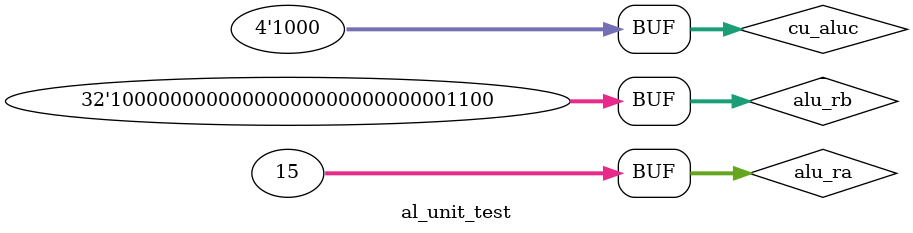
<source format=v>
`timescale 1ns / 1ps

module al_unit_test;

	// Inputs
	reg [31:0] alu_ra;
	reg [31:0] alu_rb;
	reg [3:0] cu_aluc;

	// Outputs
	wire alu_zero;
	wire [31:0] alu_result;

	// Instantiate the Unit Under Test (UUT)
	al_unit uut (
		.alu_ra(alu_ra), 
		.alu_rb(alu_rb), 
		.cu_aluc(cu_aluc), 
		.alu_zero(alu_zero), 
		.alu_result(alu_result)
	);

	initial begin
		// Initialize Inputs
		alu_ra = 32'h0000000F;
		alu_rb = 32'h8000000C;
		cu_aluc = 0;

		// Wait 100 ns for global reset to finish
		
		#100;
		cu_aluc = 4'b0000;
		
		#100;
		cu_aluc = 4'b0001;
				
		#100;
		cu_aluc = 4'b0010;
				
		#100;
		cu_aluc = 4'b0011;
				
		#100;
		cu_aluc = 4'b0100;
		
		#100;
		cu_aluc = 4'b1110;
				
		#100;
		cu_aluc = 4'b1100;
				
		#100;
		cu_aluc = 4'b1000;
		
		

	end
      
endmodule


</source>
